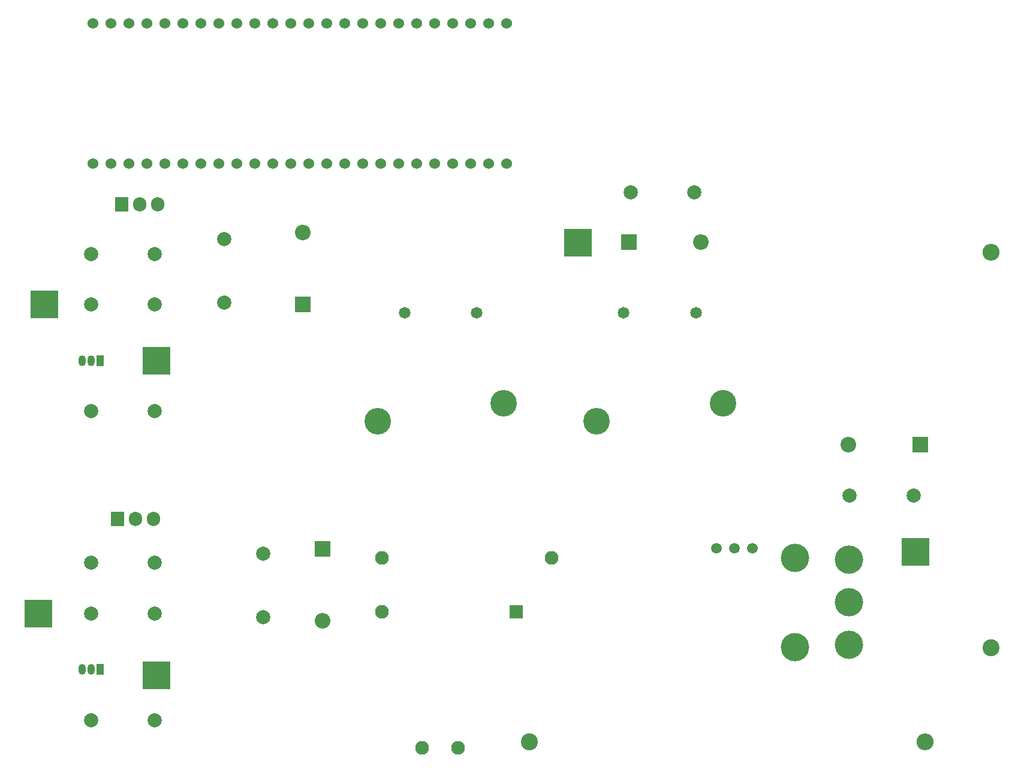
<source format=gbs>
G04 #@! TF.GenerationSoftware,KiCad,Pcbnew,(6.0.6-0)*
G04 #@! TF.CreationDate,2023-03-14T15:48:33-04:00*
G04 #@! TF.ProjectId,mecc-pcb-kicad,6d656363-2d70-4636-922d-6b696361642e,v1*
G04 #@! TF.SameCoordinates,Original*
G04 #@! TF.FileFunction,Soldermask,Bot*
G04 #@! TF.FilePolarity,Negative*
%FSLAX46Y46*%
G04 Gerber Fmt 4.6, Leading zero omitted, Abs format (unit mm)*
G04 Created by KiCad (PCBNEW (6.0.6-0)) date 2023-03-14 15:48:33*
%MOMM*%
%LPD*%
G01*
G04 APERTURE LIST*
%ADD10C,1.950000*%
%ADD11R,2.200000X2.200000*%
%ADD12O,2.200000X2.200000*%
%ADD13R,1.950000X1.950000*%
%ADD14C,2.000000*%
%ADD15R,4.000000X4.000000*%
%ADD16C,3.750000*%
%ADD17C,1.650000*%
%ADD18C,4.000000*%
%ADD19C,1.500000*%
%ADD20C,2.400000*%
%ADD21O,2.400000X2.400000*%
%ADD22R,1.050000X1.500000*%
%ADD23O,1.050000X1.500000*%
%ADD24R,1.905000X2.000000*%
%ADD25O,1.905000X2.000000*%
%ADD26C,1.530000*%
G04 APERTURE END LIST*
D10*
G04 #@! TO.C,VESC_TERMINAL1*
X130711875Y-127718750D03*
X125631875Y-127718750D03*
G04 #@! TD*
D11*
G04 #@! TO.C,D2*
X195958125Y-84931250D03*
D12*
X185798125Y-84931250D03*
G04 #@! TD*
D13*
G04 #@! TO.C,DISCHARGE_RELAY1*
X138868750Y-108510000D03*
D10*
X143908750Y-100890000D03*
X119968750Y-108510000D03*
X119968750Y-100890000D03*
G04 #@! TD*
D14*
G04 #@! TO.C,R_RELAY_PULLDOWN1*
X186000000Y-92075000D03*
X195000000Y-92075000D03*
G04 #@! TD*
G04 #@! TO.C,R_RELAY_PULLDOWN3*
X164043750Y-49212500D03*
X155043750Y-49212500D03*
G04 #@! TD*
D15*
G04 #@! TO.C,TP5*
X195262500Y-100012500D03*
G04 #@! TD*
G04 #@! TO.C,TP3*
X88106250Y-117475000D03*
G04 #@! TD*
D11*
G04 #@! TO.C,D3*
X154841875Y-56281250D03*
D12*
X165001875Y-56281250D03*
G04 #@! TD*
D14*
G04 #@! TO.C,RHIGH_10k2*
X87843750Y-123825000D03*
X78843750Y-123825000D03*
G04 #@! TD*
D16*
G04 #@! TO.C,HIGH_SIDE_RELAY1*
X150271875Y-81562500D03*
X168071875Y-79062500D03*
D17*
X154071875Y-66262500D03*
X164271875Y-66262500D03*
G04 #@! TD*
D14*
G04 #@! TO.C,R_RELAY_PULLDOWN2*
X97631250Y-55825000D03*
X97631250Y-64825000D03*
G04 #@! TD*
G04 #@! TO.C,RHIGH_10k4*
X87843750Y-65087500D03*
X78843750Y-65087500D03*
G04 #@! TD*
G04 #@! TO.C,RHIGH_10k1*
X87843750Y-80168750D03*
X78843750Y-80168750D03*
G04 #@! TD*
D15*
G04 #@! TO.C,TP4*
X88106250Y-73025000D03*
G04 #@! TD*
D11*
G04 #@! TO.C,D4*
X111503125Y-99620000D03*
D12*
X111503125Y-109780000D03*
G04 #@! TD*
D18*
G04 #@! TO.C,U1*
X185913625Y-101156250D03*
X185913625Y-107156250D03*
X185913625Y-113156250D03*
X178290625Y-100933250D03*
X178290625Y-113506250D03*
D19*
X172289025Y-99528250D03*
X169749025Y-99528250D03*
X167209025Y-99528250D03*
G04 #@! TD*
D11*
G04 #@! TO.C,D1*
X108743750Y-65087500D03*
D12*
X108743750Y-54927500D03*
G04 #@! TD*
D20*
G04 #@! TO.C,R_PRECHARGE1*
X205959375Y-113590000D03*
D21*
X205959375Y-57710000D03*
G04 #@! TD*
D20*
G04 #@! TO.C,R_DISCHARGE1*
X140713125Y-126925000D03*
D21*
X196593125Y-126925000D03*
G04 #@! TD*
D22*
G04 #@! TO.C,Q1*
X80168750Y-116681250D03*
D23*
X78898750Y-116681250D03*
X77628750Y-116681250D03*
G04 #@! TD*
D15*
G04 #@! TO.C,TP2*
X71437500Y-108743750D03*
G04 #@! TD*
D14*
G04 #@! TO.C,RHIGH_10k3*
X87843750Y-108743750D03*
X78843750Y-108743750D03*
G04 #@! TD*
G04 #@! TO.C,RHIGH_10k5*
X87843750Y-101600000D03*
X78843750Y-101600000D03*
G04 #@! TD*
D24*
G04 #@! TO.C,Q3*
X82550000Y-95401250D03*
D25*
X85090000Y-95401250D03*
X87630000Y-95401250D03*
G04 #@! TD*
D14*
G04 #@! TO.C,RHIGH_10k6*
X87843750Y-57943750D03*
X78843750Y-57943750D03*
G04 #@! TD*
D22*
G04 #@! TO.C,Q2*
X80168750Y-73025000D03*
D23*
X78898750Y-73025000D03*
X77628750Y-73025000D03*
G04 #@! TD*
D15*
G04 #@! TO.C,TP1*
X72231250Y-65087500D03*
G04 #@! TD*
G04 #@! TO.C,TP6*
X147637500Y-56356250D03*
G04 #@! TD*
D14*
G04 #@! TO.C,R_RELAY_PULLDOWN4*
X103187500Y-100275000D03*
X103187500Y-109275000D03*
G04 #@! TD*
D26*
G04 #@! TO.C,J1*
X79124375Y-45212000D03*
X81664375Y-45212000D03*
X84204375Y-45212000D03*
X86744375Y-45212000D03*
X89284375Y-45212000D03*
X91824375Y-45212000D03*
X94364375Y-45212000D03*
X96904375Y-45212000D03*
X99444375Y-45212000D03*
X101984375Y-45212000D03*
X104524375Y-45212000D03*
X107064375Y-45212000D03*
X109604375Y-45212000D03*
X112144375Y-45212000D03*
X114684375Y-45212000D03*
X117224375Y-45212000D03*
X119764375Y-45212000D03*
X122304375Y-45212000D03*
X124844375Y-45212000D03*
X127384375Y-45212000D03*
X129924375Y-45212000D03*
X132464375Y-45212000D03*
X135004375Y-45212000D03*
X137544375Y-45212000D03*
G04 #@! TD*
G04 #@! TO.C,J2*
X79124375Y-25400000D03*
X81664375Y-25400000D03*
X84204375Y-25400000D03*
X86744375Y-25400000D03*
X89284375Y-25400000D03*
X91824375Y-25400000D03*
X94364375Y-25400000D03*
X96904375Y-25400000D03*
X99444375Y-25400000D03*
X101984375Y-25400000D03*
X104524375Y-25400000D03*
X107064375Y-25400000D03*
X109604375Y-25400000D03*
X112144375Y-25400000D03*
X114684375Y-25400000D03*
X117224375Y-25400000D03*
X119764375Y-25400000D03*
X122304375Y-25400000D03*
X124844375Y-25400000D03*
X127384375Y-25400000D03*
X129924375Y-25400000D03*
X132464375Y-25400000D03*
X135004375Y-25400000D03*
X137544375Y-25400000D03*
G04 #@! TD*
D16*
G04 #@! TO.C,LOW_SIDE_RELAY1*
X119315625Y-81562500D03*
X137115625Y-79062500D03*
D17*
X123115625Y-66262500D03*
X133315625Y-66262500D03*
G04 #@! TD*
D24*
G04 #@! TO.C,Q4*
X83185000Y-50951250D03*
D25*
X85725000Y-50951250D03*
X88265000Y-50951250D03*
G04 #@! TD*
M02*

</source>
